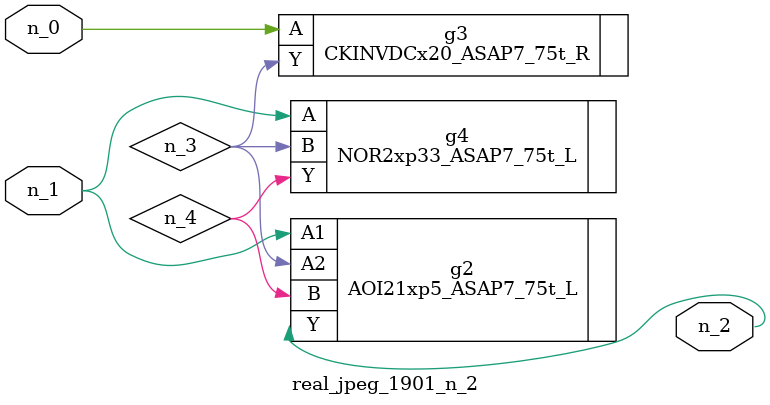
<source format=v>
module real_jpeg_1901_n_2 (n_1, n_0, n_2);

input n_1;
input n_0;

output n_2;

wire n_4;
wire n_3;

CKINVDCx20_ASAP7_75t_R g3 ( 
.A(n_0),
.Y(n_3)
);

AOI21xp5_ASAP7_75t_L g2 ( 
.A1(n_1),
.A2(n_3),
.B(n_4),
.Y(n_2)
);

NOR2xp33_ASAP7_75t_L g4 ( 
.A(n_1),
.B(n_3),
.Y(n_4)
);


endmodule
</source>
